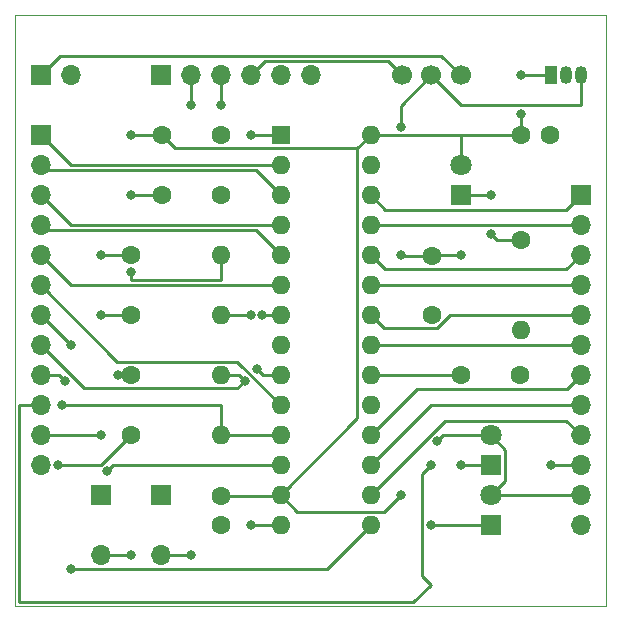
<source format=gbr>
%TF.GenerationSoftware,KiCad,Pcbnew,7.0.1*%
%TF.CreationDate,2023-04-13T23:32:15-05:00*%
%TF.ProjectId,hw4.2,6877342e-322e-46b6-9963-61645f706362,rev?*%
%TF.SameCoordinates,Original*%
%TF.FileFunction,Copper,L1,Top*%
%TF.FilePolarity,Positive*%
%FSLAX46Y46*%
G04 Gerber Fmt 4.6, Leading zero omitted, Abs format (unit mm)*
G04 Created by KiCad (PCBNEW 7.0.1) date 2023-04-13 23:32:15*
%MOMM*%
%LPD*%
G01*
G04 APERTURE LIST*
%TA.AperFunction,ComponentPad*%
%ADD10C,1.600000*%
%TD*%
%TA.AperFunction,ComponentPad*%
%ADD11O,1.600000X1.600000*%
%TD*%
%TA.AperFunction,ComponentPad*%
%ADD12R,1.700000X1.700000*%
%TD*%
%TA.AperFunction,ComponentPad*%
%ADD13O,1.700000X1.700000*%
%TD*%
%TA.AperFunction,ComponentPad*%
%ADD14C,1.700000*%
%TD*%
%TA.AperFunction,ComponentPad*%
%ADD15C,1.800000*%
%TD*%
%TA.AperFunction,ComponentPad*%
%ADD16R,1.800000X1.800000*%
%TD*%
%TA.AperFunction,ComponentPad*%
%ADD17R,1.050000X1.500000*%
%TD*%
%TA.AperFunction,ComponentPad*%
%ADD18O,1.050000X1.500000*%
%TD*%
%TA.AperFunction,ComponentPad*%
%ADD19R,1.600000X1.600000*%
%TD*%
%TA.AperFunction,ViaPad*%
%ADD20C,0.800000*%
%TD*%
%TA.AperFunction,Conductor*%
%ADD21C,0.250000*%
%TD*%
%TA.AperFunction,Profile*%
%ADD22C,0.100000*%
%TD*%
G04 APERTURE END LIST*
D10*
%TO.P,R4,1*%
%TO.N,+3.3V*%
X147320000Y-91440000D03*
D11*
%TO.P,R4,2*%
%TO.N,/MCLR*%
X154940000Y-91440000D03*
%TD*%
D12*
%TO.P,J1,1,Pin_1*%
%TO.N,Net-(J1-Pin_1)*%
X139700000Y-71120000D03*
D13*
%TO.P,J1,2,Pin_2*%
%TO.N,GND1*%
X142240000Y-71120000D03*
%TD*%
D11*
%TO.P,R5,2*%
%TO.N,/USER*%
X154940000Y-86360000D03*
D10*
%TO.P,R5,1*%
%TO.N,+3.3V*%
X147320000Y-86360000D03*
%TD*%
D12*
%TO.P,J2,1,Pin_1*%
%TO.N,unconnected-(J2-Pin_1-Pad1)*%
X149860000Y-71120000D03*
D13*
%TO.P,J2,2,Pin_2*%
%TO.N,/U1TX*%
X152400000Y-71120000D03*
%TO.P,J2,3,Pin_3*%
%TO.N,/U1RX*%
X154940000Y-71120000D03*
%TO.P,J2,4,Pin_4*%
%TO.N,+5V*%
X157480000Y-71120000D03*
%TO.P,J2,5,Pin_5*%
%TO.N,unconnected-(J2-Pin_5-Pad5)*%
X160020000Y-71120000D03*
%TO.P,J2,6,Pin_6*%
%TO.N,GND1*%
X162560000Y-71120000D03*
%TD*%
D14*
%TO.P,SW4,1,A*%
%TO.N,+5V*%
X170260000Y-71120000D03*
%TO.P,SW4,2,B*%
%TO.N,/Vin*%
X172760000Y-71120000D03*
%TO.P,SW4,3,C*%
%TO.N,Net-(J1-Pin_1)*%
X175260000Y-71120000D03*
%TD*%
D11*
%TO.P,R2,2*%
%TO.N,/GREEN*%
X154940000Y-101600000D03*
D10*
%TO.P,R2,1*%
%TO.N,Net-(D2-K)*%
X147320000Y-101600000D03*
%TD*%
D15*
%TO.P,D2,2,A*%
%TO.N,+3.3V*%
X177800000Y-101600000D03*
D16*
%TO.P,D2,1,K*%
%TO.N,Net-(D2-K)*%
X177800000Y-104140000D03*
%TD*%
D10*
%TO.P,C4,1*%
%TO.N,+3.3V*%
X180340000Y-76200000D03*
%TO.P,C4,2*%
%TO.N,GND1*%
X182840000Y-76200000D03*
%TD*%
%TO.P,C6,1*%
%TO.N,+3.3V*%
X154980000Y-106720000D03*
%TO.P,C6,2*%
%TO.N,GND1*%
X154980000Y-109220000D03*
%TD*%
D17*
%TO.P,U2,1,VO*%
%TO.N,+3.3V*%
X182920000Y-71120000D03*
D18*
%TO.P,U2,2,GND*%
%TO.N,GND1*%
X184190000Y-71120000D03*
%TO.P,U2,3,VI*%
%TO.N,/Vin*%
X185460000Y-71120000D03*
%TD*%
D10*
%TO.P,C5,1*%
%TO.N,Net-(U1-VCAP)*%
X175260000Y-96520000D03*
%TO.P,C5,2*%
%TO.N,GND1*%
X180260000Y-96520000D03*
%TD*%
%TO.P,C2,2*%
%TO.N,GND1*%
X154940000Y-81280000D03*
%TO.P,C2,1*%
%TO.N,+3.3V*%
X149940000Y-81280000D03*
%TD*%
D16*
%TO.P,D1,1,K*%
%TO.N,Net-(D1-K)*%
X175260000Y-81280000D03*
D15*
%TO.P,D1,2,A*%
%TO.N,+3.3V*%
X175260000Y-78740000D03*
%TD*%
D11*
%TO.P,R3,2*%
%TO.N,/YELLOW*%
X154940000Y-96520000D03*
D10*
%TO.P,R3,1*%
%TO.N,Net-(D3-K)*%
X147320000Y-96520000D03*
%TD*%
D12*
%TO.P,J4,1,Pin_1*%
%TO.N,/B15*%
X185420000Y-81280000D03*
D13*
%TO.P,J4,2,Pin_2*%
%TO.N,/B14*%
X185420000Y-83820000D03*
%TO.P,J4,3,Pin_3*%
%TO.N,/B13*%
X185420000Y-86360000D03*
%TO.P,J4,4,Pin_4*%
%TO.N,/B12*%
X185420000Y-88900000D03*
%TO.P,J4,5,Pin_5*%
%TO.N,/B11*%
X185420000Y-91440000D03*
%TO.P,J4,6,Pin_6*%
%TO.N,/B10*%
X185420000Y-93980000D03*
%TO.P,J4,7,Pin_7*%
%TO.N,/B9*%
X185420000Y-96520000D03*
%TO.P,J4,8,Pin_8*%
%TO.N,/B8*%
X185420000Y-99060000D03*
%TO.P,J4,9,Pin_9*%
%TO.N,/B7*%
X185420000Y-101600000D03*
%TO.P,J4,10,Pin_10*%
%TO.N,/Vin*%
X185420000Y-104140000D03*
%TO.P,J4,11,Pin_11*%
%TO.N,+3.3V*%
X185420000Y-106680000D03*
%TO.P,J4,12,Pin_12*%
%TO.N,GND1*%
X185420000Y-109220000D03*
%TD*%
D12*
%TO.P,J3,1,Pin_1*%
%TO.N,/A0*%
X139700000Y-76200000D03*
D13*
%TO.P,J3,2,Pin_2*%
%TO.N,/A1*%
X139700000Y-78740000D03*
%TO.P,J3,3,Pin_3*%
%TO.N,/B0*%
X139700000Y-81280000D03*
%TO.P,J3,4,Pin_4*%
%TO.N,/B1*%
X139700000Y-83820000D03*
%TO.P,J3,5,Pin_5*%
%TO.N,/B2*%
X139700000Y-86360000D03*
%TO.P,J3,6,Pin_6*%
%TO.N,/A3*%
X139700000Y-88900000D03*
%TO.P,J3,7,Pin_7*%
%TO.N,/GREEN*%
X139700000Y-91440000D03*
%TO.P,J3,8,Pin_8*%
%TO.N,/YELLOW*%
X139700000Y-93980000D03*
%TO.P,J3,9,Pin_9*%
%TO.N,/B6*%
X139700000Y-96520000D03*
%TO.P,J3,10,Pin_10*%
%TO.N,/Vin*%
X139700000Y-99060000D03*
%TO.P,J3,11,Pin_11*%
%TO.N,+3.3V*%
X139700000Y-101600000D03*
%TO.P,J3,12,Pin_12*%
%TO.N,GND1*%
X139700000Y-104140000D03*
%TD*%
D10*
%TO.P,R1,1*%
%TO.N,Net-(D1-K)*%
X180340000Y-85090000D03*
D11*
%TO.P,R1,2*%
%TO.N,GND1*%
X180340000Y-92710000D03*
%TD*%
D15*
%TO.P,D3,2,A*%
%TO.N,+3.3V*%
X177800000Y-106680000D03*
D16*
%TO.P,D3,1,K*%
%TO.N,Net-(D3-K)*%
X177800000Y-109220000D03*
%TD*%
D10*
%TO.P,C3,1*%
%TO.N,/Vin*%
X172800000Y-86440000D03*
%TO.P,C3,2*%
%TO.N,GND1*%
X172800000Y-91440000D03*
%TD*%
D12*
%TO.P,SW2,1,1*%
%TO.N,GND1*%
X144780000Y-106680000D03*
D13*
%TO.P,SW2,2,2*%
%TO.N,/USER*%
X144780000Y-111760000D03*
%TD*%
D12*
%TO.P,SW1,1,1*%
%TO.N,GND1*%
X149860000Y-106680000D03*
D13*
%TO.P,SW1,2,2*%
%TO.N,/MCLR*%
X149860000Y-111760000D03*
%TD*%
D10*
%TO.P,C1,2*%
%TO.N,GND1*%
X154940000Y-76200000D03*
%TO.P,C1,1*%
%TO.N,+3.3V*%
X149940000Y-76200000D03*
%TD*%
D19*
%TO.P,U1,1,~{MCLR}*%
%TO.N,/MCLR*%
X160020000Y-76200000D03*
D11*
%TO.P,U1,2,A0*%
%TO.N,/A0*%
X160020000Y-78740000D03*
%TO.P,U1,3,A1*%
%TO.N,/A1*%
X160020000Y-81280000D03*
%TO.P,U1,4,B0*%
%TO.N,/B0*%
X160020000Y-83820000D03*
%TO.P,U1,5,B1*%
%TO.N,/B1*%
X160020000Y-86360000D03*
%TO.P,U1,6,B2*%
%TO.N,/B2*%
X160020000Y-88900000D03*
%TO.P,U1,7,B3*%
%TO.N,/U1TX*%
X160020000Y-91440000D03*
%TO.P,U1,8,VSS*%
%TO.N,GND1*%
X160020000Y-93980000D03*
%TO.P,U1,9,A2*%
%TO.N,/U1RX*%
X160020000Y-96520000D03*
%TO.P,U1,10,A3*%
%TO.N,/A3*%
X160020000Y-99060000D03*
%TO.P,U1,11,B4*%
%TO.N,/GREEN*%
X160020000Y-101600000D03*
%TO.P,U1,12,A4*%
%TO.N,/USER*%
X160020000Y-104140000D03*
%TO.P,U1,13,VDD*%
%TO.N,+3.3V*%
X160020000Y-106680000D03*
%TO.P,U1,14,B5*%
%TO.N,/YELLOW*%
X160020000Y-109220000D03*
%TO.P,U1,15,B6*%
%TO.N,/B6*%
X167640000Y-109220000D03*
%TO.P,U1,16,B7*%
%TO.N,/B7*%
X167640000Y-106680000D03*
%TO.P,U1,17,B8*%
%TO.N,/B8*%
X167640000Y-104140000D03*
%TO.P,U1,18,B9*%
%TO.N,/B9*%
X167640000Y-101600000D03*
%TO.P,U1,19,VSS*%
%TO.N,GND1*%
X167640000Y-99060000D03*
%TO.P,U1,20,VCAP*%
%TO.N,Net-(U1-VCAP)*%
X167640000Y-96520000D03*
%TO.P,U1,21,B10*%
%TO.N,/B10*%
X167640000Y-93980000D03*
%TO.P,U1,22,B11*%
%TO.N,/B11*%
X167640000Y-91440000D03*
%TO.P,U1,23,B12*%
%TO.N,/B12*%
X167640000Y-88900000D03*
%TO.P,U1,24,B13*%
%TO.N,/B13*%
X167640000Y-86360000D03*
%TO.P,U1,25,B14*%
%TO.N,/B14*%
X167640000Y-83820000D03*
%TO.P,U1,26,B15*%
%TO.N,/B15*%
X167640000Y-81280000D03*
%TO.P,U1,27,AVSS*%
%TO.N,GND1*%
X167640000Y-78740000D03*
%TO.P,U1,28,AVDD*%
%TO.N,+3.3V*%
X167640000Y-76200000D03*
%TD*%
D20*
%TO.N,/Vin*%
X170180000Y-75475500D03*
%TO.N,+3.3V*%
X170180000Y-106680000D03*
X173232300Y-102112300D03*
X180340000Y-71120000D03*
X180340000Y-74384500D03*
%TO.N,/Vin*%
X172720000Y-104140000D03*
X170180000Y-86360000D03*
X175260000Y-86360000D03*
X182880000Y-104140000D03*
%TO.N,/GREEN*%
X141515500Y-99060000D03*
X142240000Y-93980000D03*
%TO.N,/U1TX*%
X152400000Y-73660000D03*
X158479503Y-91440000D03*
%TO.N,/U1RX*%
X154940000Y-73660000D03*
X157992299Y-96007701D03*
%TO.N,/USER*%
X145292300Y-104652300D03*
%TO.N,Net-(D2-K)*%
X175260000Y-104140000D03*
X141149503Y-104140000D03*
%TO.N,Net-(D3-K)*%
X146229500Y-96520000D03*
X172720000Y-109220000D03*
%TO.N,Net-(D1-K)*%
X177800000Y-81280000D03*
X177800000Y-84544500D03*
%TO.N,/USER*%
X147320000Y-87759503D03*
X147320000Y-111760000D03*
%TO.N,/MCLR*%
X152400000Y-111760000D03*
%TO.N,/B6*%
X141727700Y-97032300D03*
X142240000Y-112935000D03*
%TO.N,/YELLOW*%
X156967700Y-97032300D03*
X157480000Y-109220000D03*
%TO.N,+3.3V*%
X147320000Y-81280000D03*
X147320000Y-76200000D03*
X144780000Y-86360000D03*
X144780000Y-101600000D03*
X144780000Y-91440000D03*
%TO.N,/MCLR*%
X157480000Y-91440000D03*
X157480000Y-76200000D03*
%TD*%
D21*
%TO.N,/Vin*%
X170180000Y-73700000D02*
X170180000Y-75475500D01*
X172760000Y-71120000D02*
X170180000Y-73700000D01*
X185420000Y-73660000D02*
X175300000Y-73660000D01*
X175300000Y-73660000D02*
X172760000Y-71120000D01*
X185460000Y-73620000D02*
X185420000Y-73660000D01*
X185460000Y-71120000D02*
X185460000Y-73620000D01*
%TO.N,+3.3V*%
X161435000Y-108095000D02*
X160020000Y-106680000D01*
X168765000Y-108095000D02*
X161435000Y-108095000D01*
X170180000Y-106680000D02*
X168765000Y-108095000D01*
X173744600Y-101600000D02*
X173232300Y-102112300D01*
X177800000Y-101600000D02*
X173744600Y-101600000D01*
X151065000Y-77325000D02*
X166515000Y-77325000D01*
X149940000Y-76200000D02*
X151065000Y-77325000D01*
X180340000Y-71120000D02*
X182920000Y-71120000D01*
X180340000Y-76200000D02*
X180340000Y-74384500D01*
X166515000Y-77325000D02*
X167640000Y-76200000D01*
X166515000Y-100185000D02*
X166515000Y-77325000D01*
X160020000Y-106680000D02*
X166515000Y-100185000D01*
%TO.N,Net-(J1-Pin_1)*%
X141325000Y-69495000D02*
X139700000Y-71120000D01*
X173635000Y-69495000D02*
X141325000Y-69495000D01*
X175260000Y-71120000D02*
X173635000Y-69495000D01*
%TO.N,+3.3V*%
X167640000Y-76200000D02*
X175260000Y-76200000D01*
%TO.N,/Vin*%
X170260000Y-86440000D02*
X172800000Y-86440000D01*
X170180000Y-86360000D02*
X170260000Y-86440000D01*
X172720000Y-114300000D02*
X171995000Y-113575000D01*
X171995000Y-113575000D02*
X171995000Y-104865000D01*
X171265000Y-115755000D02*
X172720000Y-114300000D01*
X171995000Y-104865000D02*
X172720000Y-104140000D01*
X137845000Y-115755000D02*
X171265000Y-115755000D01*
X137845000Y-99060000D02*
X137845000Y-115755000D01*
X139700000Y-99060000D02*
X137845000Y-99060000D01*
X172880000Y-86360000D02*
X172800000Y-86440000D01*
X175260000Y-86360000D02*
X172880000Y-86360000D01*
X185420000Y-104140000D02*
X182880000Y-104140000D01*
%TO.N,/B13*%
X168845000Y-87565000D02*
X167640000Y-86360000D01*
X184215000Y-87565000D02*
X168845000Y-87565000D01*
X185420000Y-86360000D02*
X184215000Y-87565000D01*
%TO.N,/B11*%
X168765000Y-92565000D02*
X167640000Y-91440000D01*
X173265991Y-92565000D02*
X168765000Y-92565000D01*
X174390991Y-91440000D02*
X173265991Y-92565000D01*
X185420000Y-91440000D02*
X174390991Y-91440000D01*
%TO.N,/B12*%
X185420000Y-88900000D02*
X167640000Y-88900000D01*
%TO.N,/B7*%
X173945000Y-100375000D02*
X167640000Y-106680000D01*
X184195000Y-100375000D02*
X173945000Y-100375000D01*
X185420000Y-101600000D02*
X184195000Y-100375000D01*
%TO.N,/B8*%
X172720000Y-99060000D02*
X167640000Y-104140000D01*
X185420000Y-99060000D02*
X172720000Y-99060000D01*
%TO.N,/B9*%
X171545000Y-97695000D02*
X167640000Y-101600000D01*
X184245000Y-97695000D02*
X171545000Y-97695000D01*
X185420000Y-96520000D02*
X184245000Y-97695000D01*
%TO.N,/B10*%
X185420000Y-93980000D02*
X167640000Y-93980000D01*
%TO.N,/GREEN*%
X154940000Y-99060000D02*
X154940000Y-101600000D01*
X141515500Y-99060000D02*
X154940000Y-99060000D01*
X139700000Y-91440000D02*
X142240000Y-93980000D01*
%TO.N,/U1TX*%
X152400000Y-73660000D02*
X152400000Y-71120000D01*
X160020000Y-91440000D02*
X158479503Y-91440000D01*
%TO.N,/U1RX*%
X154940000Y-73660000D02*
X154940000Y-71120000D01*
X158504598Y-96520000D02*
X157992299Y-96007701D01*
X160020000Y-96520000D02*
X158504598Y-96520000D01*
%TO.N,/USER*%
X145804600Y-104140000D02*
X145292300Y-104652300D01*
X160020000Y-104140000D02*
X145804600Y-104140000D01*
%TO.N,+3.3V*%
X159980000Y-106720000D02*
X160020000Y-106680000D01*
X154980000Y-106720000D02*
X159980000Y-106720000D01*
%TO.N,Net-(D2-K)*%
X175260000Y-104140000D02*
X177800000Y-104140000D01*
X144780000Y-104140000D02*
X141149503Y-104140000D01*
X147320000Y-101600000D02*
X144780000Y-104140000D01*
%TO.N,Net-(D3-K)*%
X146229500Y-96520000D02*
X147320000Y-96520000D01*
X177800000Y-109220000D02*
X172720000Y-109220000D01*
%TO.N,+3.3V*%
X179025000Y-105455000D02*
X177800000Y-106680000D01*
X179025000Y-102825000D02*
X179025000Y-105455000D01*
X177800000Y-101600000D02*
X179025000Y-102825000D01*
X177800000Y-106680000D02*
X185420000Y-106680000D01*
%TO.N,Net-(U1-VCAP)*%
X175260000Y-96520000D02*
X167640000Y-96520000D01*
%TO.N,+3.3V*%
X175260000Y-78740000D02*
X175260000Y-76200000D01*
X175260000Y-76200000D02*
X180340000Y-76200000D01*
%TO.N,Net-(D1-K)*%
X177800000Y-81280000D02*
X175260000Y-81280000D01*
X178345500Y-85090000D02*
X177800000Y-84544500D01*
X180340000Y-85090000D02*
X178345500Y-85090000D01*
%TO.N,+5V*%
X169085000Y-69945000D02*
X158655000Y-69945000D01*
X170260000Y-71120000D02*
X169085000Y-69945000D01*
X158655000Y-69945000D02*
X157480000Y-71120000D01*
%TO.N,/B14*%
X185420000Y-83820000D02*
X167640000Y-83820000D01*
%TO.N,/B15*%
X168865000Y-82505000D02*
X167640000Y-81280000D01*
X184195000Y-82505000D02*
X168865000Y-82505000D01*
X185420000Y-81280000D02*
X184195000Y-82505000D01*
%TO.N,/USER*%
X154940000Y-88450000D02*
X154940000Y-86360000D01*
X147320000Y-88450000D02*
X154940000Y-88450000D01*
X147320000Y-87759503D02*
X147320000Y-88450000D01*
X144780000Y-111760000D02*
X147320000Y-111760000D01*
%TO.N,/MCLR*%
X149860000Y-111760000D02*
X152400000Y-111760000D01*
%TO.N,/GREEN*%
X160020000Y-101600000D02*
X154940000Y-101600000D01*
%TO.N,/B6*%
X141215400Y-96520000D02*
X141727700Y-97032300D01*
X139700000Y-96520000D02*
X141215400Y-96520000D01*
X142240000Y-112935000D02*
X163925000Y-112935000D01*
X163925000Y-112935000D02*
X167640000Y-109220000D01*
%TO.N,/YELLOW*%
X143365000Y-97645000D02*
X139700000Y-93980000D01*
X156355000Y-97645000D02*
X143365000Y-97645000D01*
X156967700Y-97032300D02*
X156355000Y-97645000D01*
X156455400Y-96520000D02*
X156967700Y-97032300D01*
X154940000Y-96520000D02*
X156455400Y-96520000D01*
X157480000Y-109220000D02*
X160020000Y-109220000D01*
%TO.N,+3.3V*%
X149940000Y-81280000D02*
X147320000Y-81280000D01*
X149940000Y-76200000D02*
X147320000Y-76200000D01*
X147320000Y-86360000D02*
X144780000Y-86360000D01*
X144780000Y-101600000D02*
X139700000Y-101600000D01*
X147320000Y-91440000D02*
X144780000Y-91440000D01*
%TO.N,/MCLR*%
X157480000Y-91440000D02*
X154940000Y-91440000D01*
X160020000Y-76200000D02*
X157480000Y-76200000D01*
%TO.N,/A3*%
X156355000Y-95395000D02*
X160020000Y-99060000D01*
X146195000Y-95395000D02*
X156355000Y-95395000D01*
X139700000Y-88900000D02*
X146195000Y-95395000D01*
%TO.N,/B2*%
X142240000Y-88900000D02*
X139700000Y-86360000D01*
X160020000Y-88900000D02*
X142240000Y-88900000D01*
%TO.N,/B1*%
X157930000Y-84270000D02*
X140150000Y-84270000D01*
X140150000Y-84270000D02*
X139700000Y-83820000D01*
X160020000Y-86360000D02*
X157930000Y-84270000D01*
%TO.N,/B0*%
X160020000Y-83820000D02*
X142240000Y-83820000D01*
X142240000Y-83820000D02*
X139700000Y-81280000D01*
%TO.N,/A1*%
X140150000Y-79190000D02*
X139700000Y-78740000D01*
X157930000Y-79190000D02*
X140150000Y-79190000D01*
X160020000Y-81280000D02*
X157930000Y-79190000D01*
%TO.N,/A0*%
X142240000Y-78740000D02*
X139700000Y-76200000D01*
X160020000Y-78740000D02*
X142240000Y-78740000D01*
%TD*%
D22*
X137560000Y-66040000D02*
X187560000Y-66040000D01*
X187560000Y-116040000D01*
X137560000Y-116040000D01*
X137560000Y-66040000D01*
M02*

</source>
